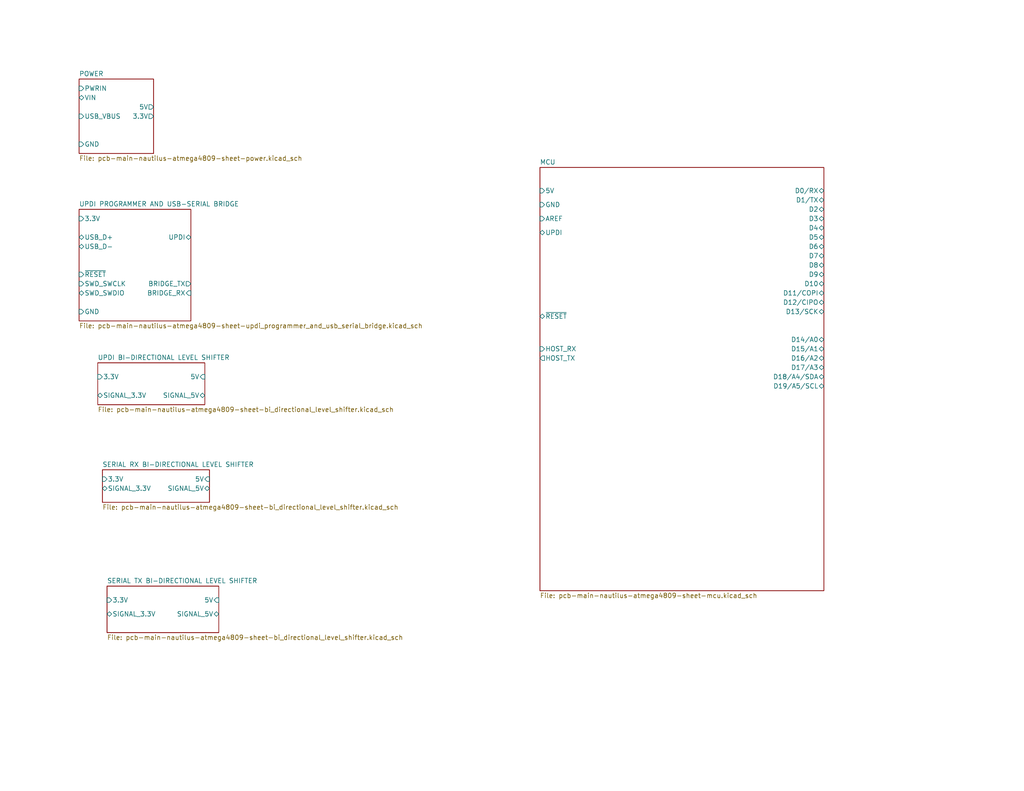
<source format=kicad_sch>
(kicad_sch (version 20211123) (generator eeschema)
  (paper "A")
  (title_block (title "https://github.com/apcountryman/pcb-main-nautilus-atmega4809") (rev "GIT_VERSION") (comment 1 "Derivative of the \"Arduino UNO Rev3\" (https://docs.arduino.cc/hardware/uno-rev3) and\\n\"Arduino Nano Every\" (https://docs.arduino.cc/hardware/nano-every) reference designs"))
  (lib_symbols)
  (sheet (at 26.67 99.06) (size 29.21 11.43) (stroke (width 0.1524))
    (property "Sheet name" "UPDI BI-DIRECTIONAL LEVEL SHIFTER" (at 26.67 98.3484 0) (effects (justify left bottom)))
    (property "Sheet file" "pcb-main-nautilus-atmega4809-sheet-bi_directional_level_shifter.kicad_sch" (at 26.67 111.0746 0) (effects (justify left top)))
    (pin "5V" input (at 55.88 102.87 0))
    (pin "SIGNAL_5V" bidirectional (at 55.88 107.95 0))
    (pin "3.3V" input (at 26.67 102.87 180))
    (pin "SIGNAL_3.3V" bidirectional (at 26.67 107.95 180))
  )
  (sheet (at 147.32 45.72) (size 77.47 115.57) (stroke (width 0.1524))
    (property "Sheet name" "MCU" (at 147.32 45.0084 0) (effects (justify left bottom)))
    (property "Sheet file" "pcb-main-nautilus-atmega4809-sheet-mcu.kicad_sch" (at 147.32 161.8746 0) (effects (justify left top)))
    (pin "5V" input (at 147.32 52.07 180))
    (pin "GND" input (at 147.32 55.88 180))
    (pin "UPDI" bidirectional (at 147.32 63.5 180))
    (pin "D9" bidirectional (at 224.79 74.93 0))
    (pin "D10" bidirectional (at 224.79 77.47 0))
    (pin "D5" bidirectional (at 224.79 64.77 0))
    (pin "D8" bidirectional (at 224.79 72.39 0))
    (pin "D7" bidirectional (at 224.79 69.85 0))
    (pin "D6" bidirectional (at 224.79 67.31 0))
    (pin "D3" bidirectional (at 224.79 59.69 0))
    (pin "D1{slash}TX" bidirectional (at 224.79 54.61 0))
    (pin "D0{slash}RX" bidirectional (at 224.79 52.07 0))
    (pin "D4" bidirectional (at 224.79 62.23 0))
    (pin "D17{slash}A3" bidirectional (at 224.79 100.33 0))
    (pin "D16{slash}A2" bidirectional (at 224.79 97.79 0))
    (pin "D15{slash}A1" bidirectional (at 224.79 95.25 0))
    (pin "D13{slash}SCK" bidirectional (at 224.79 85.09 0))
    (pin "D11{slash}COPI" bidirectional (at 224.79 80.01 0))
    (pin "D12{slash}CIPO" bidirectional (at 224.79 82.55 0))
    (pin "~{RESET}" bidirectional (at 147.32 86.36 180))
    (pin "D14{slash}A0" bidirectional (at 224.79 92.71 0))
    (pin "AREF" input (at 147.32 59.69 180))
    (pin "D2" bidirectional (at 224.79 57.15 0))
    (pin "D18{slash}A4{slash}SDA" bidirectional (at 224.79 102.87 0))
    (pin "D19{slash}A5{slash}SCL" bidirectional (at 224.79 105.41 0))
    (pin "HOST_RX" input (at 147.32 95.25 180))
    (pin "HOST_TX" output (at 147.32 97.79 180))
  )
  (sheet (at 21.59 21.59) (size 20.32 20.32) (stroke (width 0.1524))
    (property "Sheet name" "POWER" (at 21.59 20.8784 0) (effects (justify left bottom)))
    (property "Sheet file" "pcb-main-nautilus-atmega4809-sheet-power.kicad_sch" (at 21.59 42.4946 0) (effects (justify left top)))
    (pin "5V" output (at 41.91 29.21 0))
    (pin "USB_VBUS" input (at 21.59 31.75 180))
    (pin "PWRIN" input (at 21.59 24.13 180))
    (pin "VIN" bidirectional (at 21.59 26.67 180))
    (pin "GND" input (at 21.59 39.37 180))
    (pin "3.3V" output (at 41.91 31.75 0))
  )
  (sheet (at 21.59 57.15) (size 30.48 30.48) (stroke (width 0.1524))
    (property "Sheet name" "UPDI PROGRAMMER AND USB-SERIAL BRIDGE" (at 21.59 56.4384 0) (effects (justify left bottom)))
    (property "Sheet file" "pcb-main-nautilus-atmega4809-sheet-updi_programmer_and_usb_serial_bridge.kicad_sch" (at 21.59 88.2146 0) (effects (justify left top)))
    (pin "SWD_SWCLK" input (at 21.59 77.47 180))
    (pin "SWD_SWDIO" bidirectional (at 21.59 80.01 180))
    (pin "GND" input (at 21.59 85.09 180))
    (pin "3.3V" input (at 21.59 59.69 180))
    (pin "~{RESET}" input (at 21.59 74.93 180))
    (pin "USB_D+" bidirectional (at 21.59 64.77 180))
    (pin "USB_D-" bidirectional (at 21.59 67.31 180))
    (pin "UPDI" bidirectional (at 52.07 64.77 0))
    (pin "BRIDGE_TX" output (at 52.07 77.47 0))
    (pin "BRIDGE_RX" input (at 52.07 80.01 0))
  )
  (sheet (at 29.21 160.02) (size 30.48 12.7) (stroke (width 0.1524))
    (property "Sheet name" "SERIAL TX BI-DIRECTIONAL LEVEL SHIFTER" (at 29.21 159.3084 0) (effects (justify left bottom)))
    (property "Sheet file" "pcb-main-nautilus-atmega4809-sheet-bi_directional_level_shifter.kicad_sch" (at 29.21 173.3046 0) (effects (justify left top)))
    (pin "5V" input (at 59.69 163.83 0))
    (pin "SIGNAL_5V" bidirectional (at 59.69 167.64 0))
    (pin "3.3V" input (at 29.21 163.83 180))
    (pin "SIGNAL_3.3V" bidirectional (at 29.21 167.64 180))
  )
  (sheet (at 27.94 128.27) (size 29.21 8.89) (stroke (width 0.1524))
    (property "Sheet name" "SERIAL RX BI-DIRECTIONAL LEVEL SHIFTER" (at 27.94 127.5584 0) (effects (justify left bottom)))
    (property "Sheet file" "pcb-main-nautilus-atmega4809-sheet-bi_directional_level_shifter.kicad_sch" (at 27.94 137.7446 0) (effects (justify left top)))
    (pin "5V" input (at 57.15 130.81 0))
    (pin "SIGNAL_5V" bidirectional (at 57.15 133.35 0))
    (pin "3.3V" input (at 27.94 130.81 180))
    (pin "SIGNAL_3.3V" bidirectional (at 27.94 133.35 180))
  )
)
</source>
